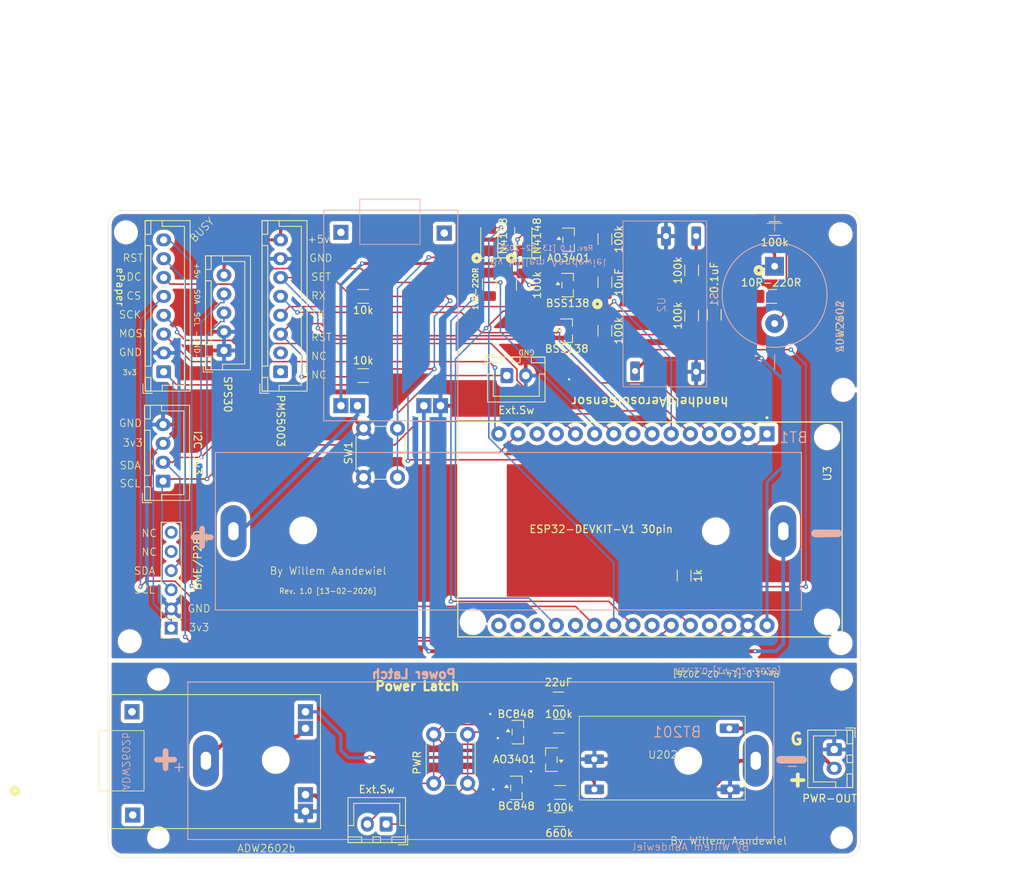
<source format=kicad_pcb>
(kicad_pcb (version 20241229) (generator "pcbnew") (generator_version "9.0")
  (title_block (title "handheldAerosolSensor") (date "2026-02-13") (rev "Rev. 1.0") (company "By Willem Aandewiel") (comment 1 "ADW2602"))
  (layers (0 "F.Cu" signal) (2 "B.Cu" signal) (13 "F.Paste" user) (15 "B.Paste" user) (5 "F.SilkS" user "F.Silkscreen") (7 "B.SilkS" user "B.Silkscreen") (1 "F.Mask" user) (3 "B.Mask" user) (25 "Edge.Cuts" user))
  (net 0 "")
  (net 1 "GND")
  (net 2 "Net-(D1-A)")
  (net 3 "SWITCH")
  (net 4 "Net-(D1-K)")
  (net 5 "EPD_RST")
  (net 6 "EPD_DC")
  (net 7 "EPD_CS")
  (net 8 "EPS_SCK")
  (net 9 "EPD_MOSI(DIN)")
  (net 10 "EPD_BUSY")
  (net 11 "3v3")
  (net 12 "SDA")
  (net 13 "SCL")
  (net 14 "Net-(LS1-PadN)")
  (net 15 "Net-(Q2-G)")
  (net 16 "LATCH")
  (net 17 "+5v")
  (net 18 "BATT-SW")
  (net 19 "Net-(Q3-G)")
  (net 20 "Net-(U3-D34)")
  (net 22 "Net-(Q3-D)")
  (net 25 "BUZZER")
  (net 29 "RX2-PMS5003-TX")
  (net 36 "TX2-PMS5003-RX")
  (net 37 "PMS5003-RESET")
  (net 38 "PMS5003-SET")
  (net 41 "B+")
  (net 42 "B-")
  (net 43 "OUT+")
  (net 48 "OUT2+")
  (net 49 "+B5v")
  (net 50 "GND2")
  (net 51 "PWR")
  (net 52 "B2BAT-")
  (net 53 "B2BAT+")
  (net 54 "Net-(J202-Pin_1)")
  (net 55 "Net-(J202-Pin_2)")
  (net 56 "Net-(Q201-G)")
  (footprint "Resistor_SMD:R_1206_3216Metric_Pad1.30x1.75mm_HandSolder" (layer "F.Cu") (at 215.05 55 180)
    (property "Reference" "R6" (hide yes))
    (property "Value" "10R-220R")
  )
  (footprint "Package_TO_SOT_SMD:SOT-23" (layer "F.Cu") (at 188.0625 53.5)
    (property "Reference" "Q2" (hide yes))
    (property "Value" "BSS138")
  )
  (footprint "MountingHole:MountingHole_2.5mm" (layer "F.Cu") (at 133.8 105.8)
    (property "Reference" "H201" (hide yes))
    (property "Value" "MountingHole")
  )
  (footprint "Resistor_SMD:R_1206_3216Metric_Pad1.30x1.75mm_HandSolder" (layer "F.Cu") (at 182.175 53.5 90)
    (property "Reference" "R3" (hide yes))
    (property "Value" "100k")
  )
  (footprint "MountingHole:MountingHole_2.7mm" (layer "F.Cu") (at 224.6 67.4)
    (property "Reference" "H5" (hide yes))
    (property "Value" "MountingHole")
  )
  (footprint "Connector_JST:JST_XH_B8B-XH-A_1x08_P2.50mm_Vertical" (layer "F.Cu") (at 134.5 65 90)
    (property "Reference" "J2" (hide yes))
    (property "Value" "ePaper")
  )
  (footprint "Button_Switch_THT:SW_PUSH_6mm_H4.3mm" (layer "F.Cu") (at 174.8 113.1 -90)
    (property "Reference" "SW201" (hide yes))
    (property "Value" "PWR")
  )
  (footprint "Button_Switch_THT:SW_PUSH_6mm_H4.3mm" (layer "F.Cu") (at 161 79 90)
    (property "Reference" "SW1")
    (property "Value" "PWR")
  )
  (footprint "Resistor_SMD:R_1206_3216Metric_Pad1.30x1.75mm_HandSolder" (layer "F.Cu") (at 160.95 65.5)
    (property "Reference" "R11" (hide yes))
    (property "Value" "10k")
  )
  (footprint "Connector_JST:JST_XH_B8B-XH-A_1x08_P2.50mm_Vertical" (layer "F.Cu") (at 150 65 90)
    (property "Reference" "J6" (hide yes))
    (property "Value" "PMS5003")
  )
  (footprint "MountingHole:MountingHole_2.5mm" (layer "F.Cu") (at 224.4 105.8)
    (property "Reference" "H202" (hide yes))
    (property "Value" "MountingHole")
  )
  (footprint "Capacitor_SMD:C_1206_3216Metric_Pad1.33x1.80mm_HandSolder" (layer "F.Cu") (at 193 53.1125 90)
    (property "Reference" "C1" (hide yes))
    (property "Value" "10uF")
  )
  (footprint "Resistor_SMD:R_1206_3216Metric_Pad1.30x1.75mm_HandSolder" (layer "F.Cu") (at 186.95 124.4 180)
    (property "Reference" "R203" (hide yes))
    (property "Value" "660k")
  )
  (footprint "Connector_JST:JST_XH_B2B-XH-A_1x02_P2.50mm_Vertical" (layer "F.Cu") (at 223.4 115.1 -90)
    (property "Reference" "J201" (hide yes))
    (property "Value" "PWR-OUT")
  )
  (footprint "Connector_JST:JST_XH_B2B-XH-A_1x02_P2.50mm_Vertical" (layer "F.Cu") (at 164 125 180)
    (property "Reference" "J202" (hide yes))
    (property "Value" "Ext.Sw")
  )
  (footprint "Resistor_SMD:R_1206_3216Metric_Pad1.30x1.75mm_HandSolder" (layer "F.Cu") (at 193 59.55 90)
    (property "Reference" "R9" (hide yes))
    (property "Value" "100k")
  )
  (footprint "Package_TO_SOT_SMD:SOT-23" (layer "F.Cu") (at 188.1875 47.5)
    (property "Reference" "Q1" (hide yes))
    (property "Value" "AO3401")
  )
  (footprint "MyNewLibrary:Mini DC-DC Boost Convertor" (layer "F.Cu") (at 200.7 116.3)
    (property "Reference" "U202")
    (property "Value" "Mini DC-DC Convertor")
  )
  (footprint "Package_TO_SOT_SMD:SOT-23" (layer "F.Cu") (at 181.2625 120.2)
    (property "Reference" "Q202" (hide yes))
    (property "Value" "BC848")
  )
  (footprint "MountingHole:MountingHole_2.5mm" (layer "F.Cu") (at 224.4 126.8)
    (property "Reference" "H203" (hide yes))
    (property "Value" "MountingHole")
  )
  (footprint "Resistor_SMD:R_1206_3216Metric_Pad1.30x1.75mm_HandSolder" (layer "F.Cu") (at 193 47.4 90)
    (property "Reference" "R1" (hide yes))
    (property "Value" "100k")
  )
  (footprint "Diode_SMD:D_1206_3216Metric_Pad1.42x1.75mm_HandSolder" (layer "F.Cu") (at 182.175 47.45 90)
    (property "Reference" "D1" (hide yes))
    (property "Value" "1N4148")
  )
  (footprint "MountingHole:MountingHole_2.7mm" (layer "F.Cu") (at 130 100.75)
    (property "Reference" "H4" (hide yes))
    (property "Value" "MountingHole")
  )
  (footprint "Connector_JST:JST_XH_B4B-XH-A_1x04_P2.50mm_Vertical" (layer "F.Cu") (at 134.425 79.5 90)
    (property "Reference" "J1" (hide yes))
    (property "Value" "I2C 3v3")
  )
  (footprint "MyNewLibrary:MODULE_ESP32_DEVKIT_V1_30pin" (layer "F.Cu") (at 198.975 85.94 -90)
    (property "Reference" "U3")
    (property "Value" "ESP32-DEVKIT-V1 30pin")
  )
  (footprint "Diode_SMD:D_1206_3216Metric_Pad1.42x1.75mm_HandSolder" (layer "F.Cu") (at 177.675 47.4625 90)
    (property "Reference" "D2" (hide yes))
    (property "Value" "1N4148")
  )
  (footprint "MyNewLibrary:TP4056_USB-Charger_Board" (layer "F.Cu") (at 140.9 116.6 180)
    (property "Reference" "U201" (hide yes))
    (property "Value" "~" (hide yes))
  )
  (footprint "Resistor_SMD:R_1206_3216Metric_Pad1.30x1.75mm_HandSolder" (layer "F.Cu") (at 160.95 55)
    (property "Reference" "R10" (hide yes))
    (property "Value" "10k")
  )
  (footprint "Connector_PinSocket_2.54mm:PinSocket_1x06_P2.54mm_Vertical" (layer "F.Cu") (at 135.5 99 180)
    (property "Reference" "J4" (hide yes))
    (property "Value" "BME/P280")
  )
  (footprint "Connector_JST:JST_XH_B2B-XH-A_1x02_P2.50mm_Vertical" (layer "F.Cu") (at 180 65.5)
    (property "Reference" "J5" (hide yes))
    (property "Value" "Ext.Sw")
  )
  (footprint "Resistor_SMD:R_1206_3216Metric_Pad1.30x1.75mm_HandSolder" (layer "F.Cu") (at 215.5 46)
    (property "Reference" "R8" (hide yes))
    (property "Value" "100k")
  )
  (footprint "Resistor_SMD:R_1206_3216Metric_Pad1.30x1.75mm_HandSolder" (layer "F.Cu") (at 204.5 57.55 -90)
    (property "Reference" "R5" (hide yes))
    (property "Value" "100k")
  )
  (footprint "Capacitor_SMD:C_1206_3216Metric_Pad1.33x1.80mm_HandSolder" (layer "F.Cu") (at 186.8375 108.4)
    (property "Reference" "C201" (hide yes))
    (property "Value" "22uF")
  )
  (footprint "Resistor_SMD:R_1206_3216Metric_Pad1.30x1.75mm_HandSolder" (layer "F.Cu") (at 187.05 120.8)
    (property "Reference" "R201" (hide yes))
    (property "Value" "100k")
  )
  (footprint "Resistor_SMD:R_1206_3216Metric_Pad1.30x1.75mm_HandSolder" (layer "F.Cu") (at 186.8875 112)
    (property "Reference" "R202" (hide yes))
    (property "Value" "100k")
  )
  (footprint "Capacitor_SMD:C_1206_3216Metric_Pad1.33x1.80mm_HandSolder" (layer "F.Cu") (at 207.5 57.4375 -90)
    (property "Reference" "C2" (hide yes))
    (property "Value" "0.1uF")
  )
  (footprint "Package_TO_SOT_SMD:SOT-23" (layer "F.Cu") (at 187.9375 59.55)
    (property "Reference" "Q3" (hide yes))
    (property "Value" "BSS138")
  )
  (footprint "Resistor_SMD:R_1206_3216Metric_Pad1.30x1.75mm_HandSolder" (layer "F.Cu") (at 203.5 92.05 90)
    (property "Reference" "R7" (hide yes))
    (property "Value" "1k")
  )
  (footprint "MountingHole:MountingHole_2.7mm" (layer "F.Cu") (at 224.25 46.75)
    (property "Reference" "H2" (hide yes))
    (property "Value" "MountingHole")
  )
  (footprint "MountingHole:MountingHole_2.7mm" (layer "F.Cu") (at 224.25 101)
    (property "Reference" "H3" (hide yes))
    (property "Value" "MountingHole")
  )
  (footprint "MountingHole:MountingHole_2.5mm" (layer "F.Cu") (at 133.8 126.8)
    (property "Reference" "H204" (hide yes))
    (property "Value" "MountingHole")
  )
  (footprint "Resistor_SMD:R_1206_3216Metric_Pad1.30x1.75mm_HandSolder" (layer "F.Cu") (at 177.675 53.4 -90)
    (property "Reference" "R2" (hide yes))
    (property "Value" "10R-220R")
  )
  (footprint "Package_TO_SOT_SMD:SOT-23" (layer "F.Cu") (at 181.4625 112.8)
    (property "Reference" "Q203" (hide yes))
    (property "Value" "BC848")
  )
  (footprint "Package_TO_SOT_SMD:SOT-23" (layer "F.Cu") (at 185.9 116.45 180)
    (property "Reference" "Q201" (hide yes))
    (property "Value" "AO3401")
  )
  (footprint "MountingHole:MountingHole_2.7mm" (layer "F.Cu") (at 129.5 46.5)
    (property "Reference" "H1" (hide yes))
    (property "Value" "MountingHole")
  )
  (footprint "Resistor_SMD:R_1206_3216Metric_Pad1.30x1.75mm_HandSolder" (layer "F.Cu") (at 204.5 51.55 -90)
    (property "Reference" "R4" (hide yes))
    (property "Value" "100k")
  )
  (footprint "Connector_JST:JST_XH_B5B-XH-A_1x05_P2.50mm_Vertical" (layer "F.Cu") (at 142.5 62.175 90)
    (property "Reference" "J3" (hide yes))
    (property "Value" "SPS30")
  )
  (footprint "MyNewLibrary:Mini DC-DC Boost Convertor" (layer "B.Cu") (at 201 56.1 -90)
    (property "Reference" "U2")
    (property "Value" "Mini DC-DC Convertor")
  )
  (footprint "MyNewLibrary:XDCR_CPI-148-24-90T-67" (layer "B.Cu") (at 215.5 54.8 -90)
    (property "Reference" "LS1")
    (property "Value" "PIEZO")
  )
  (footprint "MyNewLibrary:BAT_BH-18650-PC" (layer "B.Cu") (at 180.2 86.15 180)
    (property "Reference" "BT1")
    (property "Value" "BH-18650-PC")
  )
  (footprint "MyNewLibrary:BAT_BH-18650-PC" (layer "B.Cu") (at 176.55 116.6 180)
    (property "Reference" "BT201")
    (property "Value" "BH-18650-PC")
  )
  (footprint "MyNewLibrary:TP4056_USB-Charger_Board" (layer "B.Cu") (at 164.5 57.1 90)
    (property "Reference" "U1" (hide yes))
    (property "Value" "~" (hide yes))
  )
  (gr_circle (center 192 56) (end 192.2 56) (stroke (width 0.5)) (fill no) (layer "F.SilkS"))
  (gr_circle (center 114.8 120.6) (end 115 120.6) (stroke (width 0.5)) (fill no) (layer "F.SilkS"))
  (gr_circle (center 213.4 51.55) (end 213.6 51.55) (stroke (width 0.5)) (fill no) (layer "F.SilkS"))
  (gr_line (start 226.4 103.4) (end 127.4 103.4) (stroke (width 0.1) (type dot)) (layer "F.SilkS"))
  (gr_circle (center 180.6 49.9225) (end 180.8 49.9225) (stroke (width 0.5)) (fill no) (layer "F.SilkS"))
  (gr_circle (center 176 49.9225) (end 176.2 49.9225) (stroke (width 0.5)) (fill no) (layer "F.SilkS"))
  (gr_arc (start 226.8875 127.4) (mid 226.301714 128.814214) (end 224.8875 129.4) (stroke (width 0.05)) (layer "Edge.Cuts"))
  (gr_line (start 226.8875 45.59) (end 226.8875 127.4) (stroke (width 0.05)) (layer "Edge.Cuts"))
  (gr_arc (start 127.1125 45.59) (mid 127.698286 44.175786) (end 129.1125 43.59) (stroke (width 0.05)) (layer "Edge.Cuts"))
  (gr_arc (start 224.8875 43.59) (mid 226.301714 44.175786) (end 226.8875 45.59) (stroke (width 0.05)) (layer "Edge.Cuts"))
  (gr_arc (start 129.1125 129.4) (mid 127.698286 128.814214) (end 127.1125 127.4) (stroke (width 0.05)) (layer "Edge.Cuts"))
  (gr_line (start 127.1125 45.59) (end 127.1125 127.4) (stroke (width 0.05)) (layer "Edge.Cuts"))
  (gr_line (start 129.1125 43.59) (end 224.8875 43.59) (stroke (width 0.05)) (layer "Edge.Cuts"))
  (gr_line (start 129.1125 129.4) (end 224.8875 129.4) (stroke (width 0.05)) (layer "Edge.Cuts"))
  (gr_text "GND" (at 183.75 62 180) (layer "F.SilkS") (effects (font (size 0.7 0.7) (thickness 0.1)) (justify left bottom)))
  (gr_text "NC" (at 154 66 0) (layer "F.SilkS") (effects (font (size 1 1) (thickness 0.1)) (justify left bottom)))
  (gr_text "DC" (at 129.5 53 0) (layer "F.SilkS") (effects (font (size 1 1) (thickness 0.1)) (justify left bottom)))
  (gr_text "NC" (at 131.5 87 0) (layer "F.SilkS") (effects (font (size 1 1) (thickness 0.1)) (justify left bottom)))
  (gr_text "SET" (at 154 53 0) (layer "F.SilkS") (effects (font (size 1 1) (thickness 0.1)) (justify left bottom)))
  (gr_text "SDA" (at 128.6 78 0) (layer "F.SilkS") (effects (font (size 1 1) (thickness 0.1)) (justify left bottom)))
  (gr_text "GND" (at 137.6 97 0) (layer "F.SilkS") (effects (font (size 1 1) (thickness 0.1)) (justify left bottom)))
  (gr_text "G" (at 217.4 114.6 0) (layer "F.SilkS") (effects (font (size 1.5 1.5) (thickness 0.375) (bold yes)) (justify left bottom)))
  (gr_text "RST" (at 129 50.5 0) (layer "F.SilkS") (effects (font (size 1 1) (thickness 0.1)) (justify left bottom)))
  (gr_text "BUSY" (at 138.6 48 45) (layer "F.SilkS") (effects (font (size 1 1) (thickness 0.1)) (justify left bottom)))
  (gr_text "+5v" (at 153.5 48 0) (layer "F.SilkS") (effects (font (size 1 1) (thickness 0.1)) (justify left bottom)))
  (gr_text "GND" (at 128.5 63 0) (layer "F.SilkS") (effects (font (size 1 1) (thickness 0.1)) (justify left bottom)))
  (gr_text "Rev. 1.0 [13-02-2026]" (at 149.75 94.5 0) (layer "F.SilkS") (effects (font (size 0.7 0.7) (thickness 0.1)) (justify left bottom)))
  (gr_text "GND" (at 153.75 50.5 0) (layer "F.SilkS") (effects (font (size 1 1) (thickness 0.1)) (justify left bottom)))
  (gr_text "TX" (at 154 58 0) (layer "F.SilkS") (effects (font (size 1 1) (thickness 0.1)) (justify left bottom)))
  (gr_text "SDA" (at 130.5 92 0) (layer "F.SilkS") (effects (font (size 1 1) (thickness 0.1)) (justify left bottom)))
  (gr_text "By Willem Aandewiel" (at 201.6 127.8 0) (layer "F.SilkS") (effects (font (size 1 1) (thickness 0.1)) (justify left bottom)))
  (gr_text "Power Latch" (at 162.4 107.4 0) (layer "F.SilkS") (effects (font (size 1.2 1.2) (thickness 0.3) (bold yes)) (justify left bottom)))
  (gr_text "By Willem Aandewiel" (at 148.5 92 0) (layer "F.SilkS") (effects (font (size 1 1) (thickness 0.1)) (justify left bottom)))
  (gr_text "RX" (at 154 55.5 0) (layer "F.SilkS") (effects (font (size 1 1) (thickness 0.1)) (justify left bottom)))
  (gr_text "GND" (at 128.5 72.4 0) (layer "F.SilkS") (effects (font (size 1 1) (thickness 0.1)) (justify left bottom)))
  (gr_text "SCK" (at 128.5 58 0) (layer "F.SilkS") (effects (font (size 1 1) (thickness 0.1)) (justify left bottom)))
  (gr_text "+5v" (at 138.5 50.5 270) (layer "F.SilkS") (effects (font (size 0.7 0.7) (thickness 0.1)) (justify left bottom)))
  (gr_text "NC" (at 131.5 89.5 0) (layer "F.SilkS") (effects (font (size 1 1) (thickness 0.1)) (justify left bottom)))
  (gr_text "ADW2602b" (at 144.2 128.8 0) (layer "F.SilkS") (effects (font (size 1 1) (thickness 0.1)) (justify left bottom)))
  (gr_text "SDA" (at 138.5 54 270) (layer "F.SilkS") (effects (font (size 0.7 0.7) (thickness 0.1)) (justify left bottom)))
  (gr_text "MOSI" (at 128.5 60.5 0) (layer "F.SilkS") (effects (font (size 1 1) (thickness 0.1)) (justify left bottom)))
  (gr_text "SCL" (at 130.5 94.5 0) (layer "F.SilkS") (effects (font (size 1 1) (thickness 0.1)) (justify left bottom)))
  (gr_text "RST" (at 154 61 0) (layer "F.SilkS") (effects (font (size 1 1) (thickness 0.1)) (justify left bottom)))
  (gr_text "Rev.1.0 [14-02-2026]" (at 216.2 104.6 180) (layer "F.SilkS") (effects (font (size 0.8 0.8) (thickness 0.1)) (justify left bottom)))
  (gr_text "SCL" (at 128.6 80.4 0) (layer "F.SilkS") (effects (font (size 1 1) (thickness 0.1)) (justify left bottom)))
  (gr_text "3v3" (at 129 65.5 0) (layer "F.SilkS") (effects (font (size 0.7 0.7) (thickness 0.1)) (justify left bottom)))
  (gr_text "3v3" (at 137.8 99.5 0) (layer "F.SilkS") (effects (font (size 1 1) (thickness 0.1)) (justify left bottom)))
  (gr_text "+" (at 217 120.2 0) (layer "F.SilkS") (effects (font (size 2 2) (thickness 0.5) (bold yes)) (justify left bottom)))
  (gr_text "-GND-" (at 138.5 59.5 270) (layer "F.SilkS") (effects (font (size 0.7 0.7) (thickness 0.1)) (justify left bottom)))
  (gr_text "3v3" (at 129 75 0) (layer "F.SilkS") (effects (font (size 1 1) (thickness 0.1)) (justify left bottom)))
  (gr_text "SCL" (at 138.5 57 270) (layer "F.SilkS") (effects (font (size 0.7 0.7) (thickness 0.1)) (justify left bottom)))
  (gr_text "handheldAerosolSensor" (at 209.5 68.25 180) (layer "F.SilkS") (effects (font (size 1.2 1.2) (thickness 0.2) (bold yes)) (justify left bottom)))
  (gr_text "ADW2602" (at 224.75 62.4 90) (layer "F.SilkS") (effects (font (size 1 1) (thickness 0.1)) (justify left bottom)))
  (gr_text "CS" (at 129.5 55.5 0) (layer "F.SilkS") (effects (font (size 1 1) (thickness 0.1)) (justify left bottom)))
  (gr_text "NC" (at 154 63.5 0) (layer "F.SilkS") (effects (font (size 1 1) (thickness 0.1)) (justify left bottom)))
  (gr_text "ADW2602b" (at 128.9 120.6 270) (layer "B.SilkS") (effects (font (size 1 1) (thickness 0.1)) (justify left bottom mirror)))
  (gr_text "By Willem Aandewiel" (at 177.675 49.9225 180) (layer "B.SilkS") (effects (font (size 1 1) (thickness 0.1)) (justify left bottom mirror)))
  (gr_text "-" (at 219.25 88.5 0) (layer "B.SilkS") (effects (font (size 4 4) (thickness 1) (bold yes)) (justify left bottom)))
  (gr_text "Rev.1.0 [14-02-2026]" (at 202.2 104.2 180) (layer "B.SilkS") (effects (font (size 0.8 0.8) (thickness 0.1)) (justify left bottom mirror)))
  (gr_text "ADW2602" (at 224.75 55.6 90) (layer "B.SilkS") (effects (font (size 1 1) (thickness 0.1)) (justify left bottom mirror)))
  (gr_text "+" (at 137.25 88.5 0) (layer "B.SilkS") (effects (font (size 3 3) (thickness 0.75) (bold yes)) (justify left bottom)))
  (gr_text "Rev. 1.0 [13-02-2026]" (at 191.5 49 0) (layer "B.SilkS") (effects (font (size 0.7 0.7) (thickness 0.1)) (justify left bottom mirror)))
  (gr_text "Power Latch" (at 173.4 105.8 0) (layer "B.SilkS") (effects (font (size 1.2 1.2) (thickness 0.3) (bold yes)) (justify left bottom mirror)))
  (gr_text "-" (at 220.875 114.4 180) (layer "B.SilkS") (effects (font (size 4 4) (thickness 1) (bold yes)) (justify left bottom)))
  (gr_text "By Willem Aandewiel" (at 212.2 128.6 0) (layer "B.SilkS") (effects (font (size 1 1) (thickness 0.1)) (justify left bottom mirror)))
  (gr_text "+" (at 132.4 118 0) (layer "B.SilkS") (effects (font (size 3 3) (thickness 0.75) (bold yes)) (justify left bottom)))
  (via (at 188.25 66) (size 0.6) (drill 0.3) (layers "F.Cu" "B.Cu") (net 1))
  (segment (start 193 45.85) (end 187.724 45.85) (width 0.2) (layer "F.Cu") (net 2))
  (segment (start 187.25 46.3244) (end 182.537 46.3244) (width 0.2) (layer "F.Cu") (net 2))
  (segment (start 187.724 45.85) (end 187.25 46.3244) (width 0.2) (layer "F.Cu") (net 2))
  (segment (start 187.25 46.3244) (end 187.25 46.55) (width 0.2) (layer "F.Cu") (net 2))
  (segment (start 182.537 46.3244) (end 181.411 47.45) (width 0.2) (layer "F.Cu") (net 2))
  (segment (start 182.966 53.4755) (end 182.991 53.5) (width 0.2) (layer "F.Cu") (net 2))
  (segment (start 182.991 53.5) (end 189 53.5) (width 0.2) (layer "F.Cu") (net 2))
  (segment (start 189 53.5) (end 191.825 53.5) (width 0.2) (layer "F.Cu") (net 2))
  (segment (start 191.825 53.5) (end 193 54.675) (width 0.2) (layer "F.Cu") (net 2))
  (segment (start 182.175 45.9625) (end 182.537 46.3244) (width 0.2) (layer "F.Cu") (net 2))
  (via (at 182.966 53.4755) (size 0.6) (drill 0.3) (layers "F.Cu" "B.Cu") (net 2))
  (via (at 181.411 47.45) (size 0.6) (drill 0.3) (layers "F.Cu" "B.Cu") (net 2))
  (segment (start 181.411 51.9205) (end 182.966 53.4755) (width 0.2) (layer "B.Cu") (net 2))
  (segment (start 181.411 47.45) (end 181.411 51.9205) (width 0.2) (layer "B.Cu") (net 2))
  (segment (start 179.246 45.8783) (end 177.772 45.8783) (width 0.2) (layer "F.Cu") (net 3))
  (segment (start 177.772 45.8783) (end 177.675 45.975) (width 0.2) (layer "F.Cu") (net 3))
  (via (at 179.246 45.8783) (size 0.6) (drill 0.3) (layers "F.Cu" "B.Cu") (net 3))
  (segment (start 194.17 98.64) (end 194.17 90.3241) (width 0.2) (layer "B.Cu") (net 3))
  (segment (start 194.17 90.3241) (end 177.606 73.7596) (width 0.2) (layer "B.Cu") (net 3))
  (segment (start 177.606 47.5188) (end 179.246 45.8783) (width 0.2) (layer "B.Cu") (net 3))
  (segment (start 177.855 59.4586) (end 177.855 58.9602) (width 0.2) (layer "B.Cu") (net 3))
  (segment (start 177.606 59.7078) (end 177.855 59.4586) (width 0.2) (layer "B.Cu") (net 3))
  (segment (start 177.855 58.9602) (end 177.606 58.711) (width 0.2) (layer "B.Cu") (net 3))
  (segment (start 177.606 73.7596) (end 177.606 59.7078) (width 0.2) (layer "B.Cu") (net 3))
  (segment (start 177.606 58.711) (end 177.606 47.5188) (width 0.2) (layer "B.Cu") (net 3))
  (segment (start 182.175 48.9375) (end 182.162 48.95) (width 0.2) (layer "F.Cu") (net 4))
  (segment (start 170.514 65.5) (end 165.5 70.5143) (width 0.2) (layer "F.Cu") (net 4))
  (segment (start 182.162 48.95) (end 177.675 48.95) (width 0.2) (layer "F.Cu") (net 4))
  (segment (start 176.804 49.8206) (end 169.649 49.8206) (width 0.2) (layer "F.Cu") (net 4))
  (segment (start 180 65.5) (end 170.514 65.5) (width 0.2) (layer "F.Cu") (net 4))
  (segment (start 177.675 48.95) (end 176.804 49.8206) (width 0.2) (layer "F.Cu") (net 4))
  (segment (start 165.5 70.5143) (end 165.5 72.5) (width 0.2) (layer "F.Cu") (net 4))
  (via (at 169.649 49.8206) (size 0.6) (drill 0.3) (layers "F.Cu" "B.Cu") (net 4))
  (segment (start 169.649 49.8206) (end 165.5 53.9699) (width 0.2) (layer "B.Cu") (net 4))
  (segment (start 165.5 79) (end 165.5 72.5) (width 0.2) (layer "B.Cu") (net 4))
  (segment (start 165.5 53.9699) (end 165.5 72.5) (width 0.2) (layer "B.Cu") (net 4))
  (segment (start 137.888 100.696) (end 207.354 100.696) (width 0.2) (layer "F.Cu") (net 5))
  (segment (start 137.35 100.158) (end 137.888 100.696) (width 0.2) (layer "F.Cu") (net 5))
  (segment (start 207.354 100.696) (end 209.41 98.64) (width 0.2) (layer "F.Cu") (net 5))
  (via (at 137.35 100.158) (size 0.6) (drill 0.3) (layers "F.Cu" "B.Cu") (net 5))
  (segment (start 134.5 50) (end 137.35 52.85) (width 0.2) (layer "B.Cu") (net 5))
  (segment (start 137.35 52.85) (end 137.35 100.158) (width 0.2) (layer "B.Cu") (net 5))
  (segment (start 134.5 52.5) (end 135.367 53.3672) (width 0.2) (layer "F.Cu") (net 6))
  (segment (start 135.367 53.3672) (end 144.611 53.3672) (width 0.2) (layer "F.Cu") (net 6))
  (segment (start 146.674 51.3039) (end 160.648 51.3039) (width 0.2) (layer "F.Cu") (net 6))
  (segment (start 160.648 51.3039) (end 162.49 53.1453) (width 0.2) (layer "F.Cu") (net 6))
  (segment (start 162.49 53.1453) (end 179.146 53.1453) (width 0.2) (layer "F.Cu") (net 6))
  (segment (start 144.611 53.3672) (end 146.674 51.3039) (width 0.2) (layer "F.Cu") (net 6))
  (via (at 179.146 53.1453) (size 0.6) (drill 0.3) (layers "F.Cu" "B.Cu") (net 6))
  (segment (start 191.63 73.24) (end 191.63 72.1691) (width 0.2) (layer "B.Cu") (net 6))
  (segment (start 179.146 59.685) (end 179.146 53.1453) (width 0.2) (layer "B.Cu") (net 6))
  (segment (start 191.63 72.1691) (end 179.146 59.685) (width 0.2) (layer "B.Cu") (net 6))
  (segment (start 200.164 100.266) (end 143.475 100.266) (width 0.2) (layer "F.Cu") (net 7))
  (segment (start 135.977 92.7683) (end 132.161 92.7683) (width 0.2) (layer "F.Cu") (net 7))
  (segment (start 132.161 92.7683) (end 131.423 93.5066) (width 0.2) (layer "F.Cu") (net 7))
  (segment (start 201.79 98.64) (end 200.164 100.266) (width 0.2) (layer "F.Cu") (net 7))
  (segment (start 143.475 100.266) (end 135.977 92.7683) (width 0.2) (layer "F.Cu") (net 7))
  (via (at 131.423 93.5066) (size 0.6) (drill 0.3) (layers "F.Cu" "B.Cu") (net 7))
  (segment (start 131.45 58.0498) (end 131.45 58.75) (width 0.2) (layer "B.Cu") (net 7))
  (segment (start 131.45 58.75) (end 131.423 58.7772) (width 0.2) (layer "B.Cu") (net 7))
  (segment (start 131.423 58.7772) (end 131.423 93.5066) (width 0.2) (layer "B.Cu") (net 7))
  (segment (start 134.5 55) (end 131.45 58.0498) (width 0.2) (layer "B.Cu") (net 7))
  (segment (start 143.876 61.25) (end 177.911 61.25) (width 0.2) (layer "F.Cu") (net 8))
  (segment (start 185.791 70.5848) (end 191.515 70.5848) (width 0.2) (layer "F.Cu") (net 8))
  (segment (start 181.346 64.6849) (end 181.346 66.1392) (width 0.2) (layer "F.Cu") (net 8))
  (segment (start 143.455 60.8293) (end 143.876 61.25) (width 0.2) (layer "F.Cu") (net 8))
  (segment (start 177.911 61.25) (end 181.346 64.6849) (width 0.2) (layer "F.Cu") (net 8))
  (segment (start 181.346 66.1392) (end 185.791 70.5848) (width 0.2) (layer "F.Cu") (net 8))
  (segment (start 191.515 70.5848) (end 194.17 73.24) (width 0.2) (layer "F.Cu") (net 8))
  (segment (start 137.355 60.8293) (end 143.455 60.8293) (width 0.2) (layer "F.Cu") (net 8))
  (segment (start 136.27 59.7442) (end 137.355 60.8293) (width 0.2) (layer "F.Cu") (net 8))
  (via (at 136.27 59.7442) (size 0.6) (drill 0.3) (layers "F.Cu" "B.Cu") (net 8))
  (segment (start 134.5 57.5) (end 136.27 59.27) (width 0.2) (layer "B.Cu") (net 8))
  (segment (start 136.27 59.27) (end 136.27 59.7442) (width 0.2) (layer "B.Cu") (net 8))
  (segment (start 136.125 61.6249) (end 138.154 63.6542) (width 0.2) (layer "F.Cu") (net 9))
  (segment (start 138.154 63.6542) (end 177.633 63.6542) (width 0.2) (layer "F.Cu") (net 9))
  (segment (start 134.5 60) (end 136.125 61.6249) (width 0.2) (layer "F.Cu") (net 9))
  (segment (start 177.633 63.6542) (end 178.428 64.4483) (width 0.2) (layer "F.Cu") (net 9))
  (via (at 178.428 64.4483) (size 0.6) (drill 0.3) (layers "F.Cu" "B.Cu") (net 9))
  (segment (start 178.428 72.7375) (end 178.93 73.24) (width 0.2) (layer "B.Cu") (net 9))
  (segment (start 178.428 64.4483) (end 178.428 72.7375) (width 0.2) (layer "B.Cu") (net 9))
  (segment (start 140.933 96.1183) (end 138.216 93.4021) (width 0.2) (layer "F.Cu") (net 10))
  (segment (start 191.63 98.64) (end 189.108 96.1183) (width 0.2) (layer "F.Cu") (net 10))
  (segment (start 189.108 96.1183) (end 140.933 96.1183) (width 0.2) (layer "F.Cu") (net 10))
  (via (at 138.216 93.4021) (size 0.6) (drill 0.3) (layers "F.Cu" "B.Cu") (net 10))
  (segment (start 134.5 47.5) (end 135.25 47.5) (width 0.2) (layer "B.Cu") (net 10))
  (segment (start 135.25 47.5) (end 138.216 50.466) (width 0.2) (layer "B.Cu") (net 10))
  (segment (start 138.216 50.466) (end 138.216 93.4021) (width 0.2) (layer "B.Cu") (net 10))
  (segment (start 211.057 76.6726) (end 214.49 73.24) (width 0.2) (layer "F.Cu") (net 11))
  (segment (start 166.89 76.7994) (end 167.016 76.6726) (width 0.2) (layer "F.Cu") (net 11))
  (segment (start 170.388 64.6219) (end 163.378 64.6219) (width 0.2) (layer "F.Cu") (net 11))
  (segment (start 161.266 66.7338) (end 136.234 66.7338) (width 0.2) (layer "F.Cu") (net 11))
  (segment (start 162.5 65.5) (end 161.266 66.7338) (width 0.2) (layer "F.Cu") (net 11))
  (segment (start 163.378 64.6219) (end 162.5 65.5) (width 0.2) (layer "F.Cu") (net 11))
  (segment (start 171.902 55) (end 172.487 55.5853) (width 0.2) (layer "F.Cu") (net 11))
  (segment (start 167.016 76.6726) (end 211.057 76.6726) (width 0.2) (layer "F.Cu") (net 11))
  (segment (start 136.234 66.7338) (end 134.5 65) (width 0.2) (layer "F.Cu") (net 11))
  (segment (start 162.5 55) (end 171.902 55) (width 0.2) (layer "F.Cu") (net 11))
  (via (at 172.487 55.5853) (size 0.6) (drill 0.3) (layers "F.Cu" "B.Cu") (net 11))
  (via (at 170.388 64.6219) (size 0.6) (drill 0.3) (layers "F.Cu" "B.Cu") (net 11))
  (via (at 166.89 76.7994) (size 0.6) (drill 0.3) (layers "F.Cu" "B.Cu") (net 11))
  (segment (start 166.89 68.1205) (end 166.89 76.7994) (width 0.2) (layer "B.Cu") (net 11))
  (segment (start 135.212 97.8483) (end 135.5 97.8483) (width 0.2) (layer "B.Cu") (net 11))
  (segment (start 134.425 74.5) (end 135.712 73.2125) (width 0.2) (layer "B.Cu") (net 11))
  (segment (start 133.131 95.7675) (end 135.212 97.8483) (width 0.2) (layer "B.Cu") (net 11))
  (segment (start 172.487 55.5853) (end 170.388 57.684) (width 0.2) (layer "B.Cu") (net 11))
  (segment (start 135.719 72.5063) (end 135.719 66.2187) (width 0.2) (layer "B.Cu") (net 11))
  (segment (start 135.719 66.2187) (end 134.5 65) (width 0.2) (layer "B.Cu") (net 11))
  (segment (start 133.131 75.7937) (end 133.131 95.7675) (width 0.2) (layer "B.Cu") (net 11))
  (segment (start 170.388 64.6219) (end 166.89 68.1205) (width 0.2) (layer "B.Cu") (net 11))
  (segment (start 135.5 97.8483) (end 135.5 99) (width 0.2) (layer "B.Cu") (net 11))
  (segment (start 135.712 73.2125) (end 135.712 72.5125) (width 0.2) (layer "B.Cu") (net 11))
  (segment (start 170.388 57.684) (end 170.388 64.6219) (width 0.2) (layer "B.Cu") (net 11))
  (segment (start 134.425 74.5) (end 133.131 75.7937) (width 0.2) (layer "B.Cu") (net 11))
  (segment (start 135.712 72.5125) (end 135.719 72.5063) (width 0.2) (layer "B.Cu") (net 11))
  (segment (start 187.409 71.5593) (end 168.282 71.5593) (width 0.2) (layer "F.Cu") (net 12))
  (segment (start 141.121 74.6965) (end 139.459 76.358) (width 0.2) (layer "F.Cu") (net 12))
  (segment (start 135.702 77) (end 136.344 76.358) (width 0.2) (layer "F.Cu") (net 12))
  (segment (start 189.09 73.24) (end 187.409 71.5593) (width 0.2) (layer "F.Cu") (net 12))
  (segment (start 134.425 77) (end 135.702 77) (width 0.2) (layer "F.Cu") (net 12))
  (segment (start 168.282 71.5593) (end 165.144 74.6965) (width 0.2) (layer "F.Cu") (net 12))
  (segment (start 136.344 76.358) (end 139.459 76.358) (width 0.2) (layer "F.Cu") (net 12))
  (segment (start 165.144 74.6965) (end 141.121 74.6965) (width 0.2) (layer "F.Cu") (net 12))
  (via (at 139.459 76.358) (size 0.6) (drill 0.3) (layers "F.Cu" "B.Cu") (net 12))
  (segment (start 142.048 55.8267) (end 142.5 55.8267) (width 0.2) (layer "B.Cu") (net 12))
  (segment (start 136.652 79.052) (end 136.652 90.228) (width 0.2) (layer "B.Cu") (net 12))
  (segment (start 139.459 58.4158) (end 142.048 55.8267) (width 0.2) (layer "B.Cu") (net 12))
  (segment (start 134.6 77) (end 136.652 79.052) (width 0.2) (layer "B.Cu") (net 12))
  (segment (start 139.459 76.358) (end 139.459 58.4158) (width 0.2) (layer "B.Cu") (net 12))
  (segment (start 136.652 90.228) (end 135.5 91.38) (width 0.2) (layer "B.Cu") (net 12))
  (segment (start 134.425 77) (end 134.6 77) (width 0.2) (layer "B.Cu") (net 12))
  (segment (start 142.5 55.8267) (end 142.5 54.675) (width 0.2) (layer "B.Cu") (net 12))
  (segment (start 134.709 79.2161) (end 140.244 79.2161) (width 0.2) (layer "F.Cu") (net 13))
  (segment (start 143.749 75.7117) (end 178.998 75.7117) (width 0.2) (layer "F.Cu") (net 13))
  (segment (start 140.244 79.2161) (end 143.749 75.7117) (width 0.2) (layer "F.Cu") (net 13))
  (segment (start 134.425 79.5) (end 134.709 79.2161) (width 0.2) (layer "F.Cu") (net 13))
  (segment (start 178.998 75.7117) (end 181.47 73.24) (width 0.2) (layer "F.Cu") (net 13))
  (via (at 140.244 79.2161) (size 0.6) (drill 0.3) (layers "F.Cu" "B.Cu") (net 13))
  (segment (start 134.295 92.7151) (end 134.295 79.6299) (width 0.2) (layer "B.Cu") (net 13))
  (segment (start 142.5 57.175) (end 142.5 58.3267) (width 0.2) (layer "B.Cu") (net 13))
  (segment (start 140.244 60.1505) (end 140.244 79.2161) (width 0.2) (layer "B.Cu") (net 13))
  (segment (start 134.295 79.6299) (end 134.425 79.5) (width 0.2) (layer "B.Cu") (net 13))
  (segment (start 142.068 58.3267) (end 140.244 60.1505) (width 0.2) (layer "B.Cu") (net 13))
  (segment (start 135.5 93.92) (end 134.295 92.7151) (width 0.2) (layer "B.Cu") (net 13))
  (segment (start 142.5 58.3267) (end 142.068 58.3267) (width 0.2) (layer "B.Cu") (net 13))
  (segment (start 215.5 58.6) (end 216.6 57.5) (width 0.2) (layer "F.Cu") (net 14))
  (segment (start 216.6 55) (end 217.052 54.5483) (width 0.2) (layer "F.Cu") (net 14))
  (segment (start 217.052 54.5483) (end 217.052 46.0017) (width 0.2) (layer "F.Cu") (net 14))
  (segment (start 216.6 57.5) (end 216.6 55) (width 0.2) (layer "F.Cu") (net 14))
  (segment (start 217.052 46.0017) (end 217.05 46) (width 0.2) (layer "F.Cu") (net 14))
  (segment (start 177.675 51.85) (end 179.575 51.85) (width 0.2) (layer "F.Cu") (net 15))
  (segment (start 182.175 54.45) (end 182.175 55.05) (width 0.2) (layer "F.Cu") (net 15))
  (segment (start 182.175 54.45) (end 187.125 54.45) (width 0.2) (layer "F.Cu") (net 15))
  (segment (start 179.575 51.85) (end 182.175 54.45) (width 0.2) (layer "F.Cu") (net 15))
  (segment (start 172.59 95.4526) (end 193.523 95.4526) (width 0.2) (layer "F.Cu") (net 16))
  (segment (start 193.523 95.4526) (end 196.71 98.64) (width 0.2) (layer "F.Cu") (net 16))
  (segment (start 177.675 54.95) (end 175.887 54.95) (width 0.2) (layer "F.Cu") (net 16))
  (segment (start 175.887 54.95) (end 175.43 55.4078) (width 0.2) (layer "F.Cu") (net 16))
  (via (at 175.43 55.4078) (size 0.6) (drill 0.3) (layers "F.Cu" "B.Cu") (net 16))
  (via (at 172.59 95.4526) (size 0.6) (drill 0.3) (layers "F.Cu" "B.Cu") (net 16))
  (segment (start 172.59 58.2475) (end 172.59 95.4526) (width 0.2) (layer "B.Cu") (net 16))
  (segment (start 175.43 55.4078) (end 172.59 58.2475) (width 0.2) (layer "B.Cu") (net 16))
  (segment (start 151.4556 44.7927) (end 212.7427 44.7927) (width 0.4) (layer "F.Cu") (net 17))
  (segment (start 215.5 51) (end 215.5 49.3483) (width 0.4) (layer "F.Cu") (net 17))
  (segment (start 150 47.5) (end 150 46.2483) (width 0.4) (layer "F.Cu") (net 17))
  (segment (start 197 64.9) (end 198.6912 63.2088) (width 0.4) (layer "F.Cu") (net 17))
  (segment (start 142.5 52.175) (end 142.5 50.9233) (width 0.4) (layer "F.Cu") (net 17))
  (segment (start 213.95 47.7983) (end 215.5 49.3483) (width 0.4) (layer "F.Cu") (net 17))
  (segment (start 212.7427 44.7927) (end 213.95 46) (width 0.4) (layer "F.Cu") (net 17))
  (segment (start 211 63.2088) (end 213.7568 63.2088) (width 0.4) (layer "F.Cu") (net 17))
  (segment (start 198.6912 63.2088) (end 211 63.2088) (width 0.4) (layer "F.Cu") (net 17))
  (segment (start 150 46.2483) (end 151.4556 44.7927) (width 0.4) (layer "F.Cu") (net 17))
  (segment (start 213.95 46) (end 213.95 47.7983) (width 0.4) (layer "F.Cu") (net 17))
  (segment (start 145.9233 47.5) (end 142.5 50.9233) (width 0.4) (layer "F.Cu") (net 17))
  (segment (start 150 47.5) (end 145.9233 47.5) (width 0.4) (layer "F.Cu") (net 17))
  (via (at 213.7568 63.2088) (size 0.6) (drill 0.3) (layers "F.Cu" "B.Cu") (net 17))
  (segment (start 213.2 51) (end 211.4 52.8) (width 0.4) (layer "B.Cu") (net 17))
  (segment (start 215.5 51) (end 213.2 51) (width 0.4) (layer "B.Cu") (net 17))
  (segment (start 213.7568 63.2088) (end 215.8917 65.3437) (width 0.4) (layer "B.Cu") (net 17))
  (segment (start 217.8 76.3187) (end 214.49 79.6287) (width 0.4) (layer "B.Cu") (net 17))
  (segment (start 217.8 67.2) (end 217.8 76.3187) (width 0.4) (layer "B.Cu") (net 17))
  (segment (start 211.4 52.8) (end 211.4 60.852) (width 0.4) (layer "B.Cu") (net 17))
  (segment (start 215.9437 65.3437) (end 217.8 67.2) (width 0.4) (layer "B.Cu") (net 17))
  (segment (start 215.8917 65.3437) (end 215.9437 65.3437) (width 0.4) (layer "B.Cu") (net 17))
  (segment (start 214.49 79.6287) (end 214.49 98.64) (width 0.4) (layer "B.Cu") (net 17))
  (segment (start 211.4 60.852) (end 213.7568 63.2088) (width 0.4) (layer "B.Cu") (net 17))
  (segment (start 204.442 50.0578) (end 204.5 50) (width 0.4) (layer "F.Cu") (net 18))
  (segment (start 188.858 50.0578) (end 204.442 50.0578) (width 0.4) (layer "F.Cu") (net 18))
  (segment (start 187.25 48.45) (end 188.858 50.0578) (width 0.4) (layer "F.Cu") (net 18))
  (segment (start 204.5 50) (end 205.1 49.4) (width 0.4) (layer "F.Cu") (net 18))
  (segment (start 205.1 49.4) (end 205.1 47) (width 0.4) (layer "F.Cu") (net 18))
  (segment (start 187.6 61.1) (end 193 61.1) (width 0.2) (layer "F.Cu") (net 19))
  (segment (start 203.5 93.6) (end 203.593 93.5066) (width 0.2) (layer "F.Cu") (net 19))
  (segment (start 187 60.5) (end 187.6 61.1) (width 0.2) (layer "F.Cu") (net 19))
  (segment (start 203.593 93.5066) (end 219.638 93.5066) (width 0.2) (layer "F.Cu") (net 19))
  (segment (start 217.66 62.0675) (end 193.968 62.0675) (width 0.2) (layer "F.Cu") (net 19))
  (segment (start 193.968 62.0675) (end 193 61.1) (width 0.2) (layer "F.Cu") (net 19))
  (via (at 219.638 93.5066) (size 0.6) (drill 0.3) (layers "F.Cu" "B.Cu") (net 19))
  (via (at 217.66 62.0675) (size 0.6) (drill 0.3) (layers "F.Cu" "B.Cu") (net 19))
  (segment (start 219.638 64.0457) (end 217.66 62.0675) (width 0.2) (layer "B.Cu") (net 19))
  (segment (start 219.638 93.5066) (end 219.638 64.0457) (width 0.2) (layer "B.Cu") (net 19))
  (segment (start 203.558 56.9417) (end 204.5 56) (width 0.2) (layer "F.Cu") (net 20))
  (segment (start 204.5 54.55) (end 206.175 54.55) (width 0.2) (layer "F.Cu") (net 20))
  (segment (start 179.521 56.9417) (end 203.558 56.9417) (width 0.2) (layer "F.Cu") (net 20))
  (segment (start 206.175 54.55) (end 207.5 55.875) (width 0.2) (layer "F.Cu") (net 20))
  (segment (start 204.5 56) (end 204.5 54.55) (width 0.2) (layer "F.Cu") (net 20))
  (segment (start 177.253 59.2094) (end 179.521 56.9417) (width 0.2) (layer "F.Cu") (net 20))
  (segment (start 204.5 54.55) (end 204.5 53.1) (width 0.2) (layer "F.Cu") (net 20))
  (via (at 177.253 59.2094) (size 0.6) (drill 0.3) (layers "F.Cu" "B.Cu") (net 20))
  (segment (start 186.55 98.64) (end 182.934 95.0241) (width 0.2) (layer "B.Cu") (net 20))
  (segment (start 173.195 94.9075) (end 173.195 63.2675) (width 0.2) (layer "B.Cu") (net 20))
  (segment (start 182.934 95.0241) (end 173.312 95.0241) (width 0.2) (layer "B.Cu") (net 20))
  (segment (start 173.195 63.2675) (end 177.253 59.2094) (width 0.2) (layer "B.Cu") (net 20))
  (segment (start 173.312 95.0241) (end 173.195 94.9075) (width 0.2) (layer "B.Cu") (net 20))
  (segment (start 189.388 60.0629) (end 208.437 60.0629) (width 0.2) (layer "F.Cu") (net 22))
  (segment (start 188.875 59.55) (end 189.388 60.0629) (width 0.2) (layer "F.Cu") (net 22))
  (segment (start 208.437 60.0629) (end 213.5 55) (width 0.2) (layer "F.Cu") (net 22))
  (segment (start 202.263 91.7371) (end 202.263 96.5729) (width 0.2) (layer "F.Cu") (net 25))
  (segment (start 203.5 90.5) (end 202.263 91.7371) (width 0.2) (layer "F.Cu") (net 25))
  (segment (start 202.263 96.5729) (end 204.33 98.64) (width 0.2) (layer "F.Cu") (net 25))
  (segment (start 193.509 56.3483) (end 151.152 56.3483) (width 0.2) (layer "F.Cu") (net 29))
  (segment (start 151.152 56.3483) (end 150 57.5) (width 0.2) (layer "F.Cu") (net 29))
  (segment (start 194.217 55.6399) (end 193.509 56.3483) (width 0.2) (layer "F.Cu") (net 29))
  (via (at 194.217 55.6399) (size 0.6) (drill 0.3) (layers "F.Cu" "B.Cu") (net 29))
  (segment (start 201.79 73.24) (end 201.79 63.2128) (width 0.2) (layer "B.Cu") (net 29))
  (segment (start 201.79 63.2128) (end 194.217 55.6399) (width 0.2) (layer "B.Cu") (net 29))
  (segment (start 176.653 59.8128) (end 173.954 57.1143) (width 0.2) (layer "F.Cu") (net 36))
  (segment (start 186.98 59.55) (end 186.717 59.8128) (width 0.2) (layer "F.Cu") (net 36))
  (segment (start 186.717 59.8128) (end 176.653 59.8128) (width 0.2) (layer "F.Cu") (net 36))
  (segment (start 173.954 57.1143) (end 152.226 57.1143) (width 0.2) (layer "F.Cu") (net 36))
  (via (at 152.226 57.1143) (size 0.6) (drill 0.3) (layers "F.Cu" "B.Cu") (net 36))
  (via (at 186.98 59.55) (size 0.6) (drill 0.3) (layers "F.Cu" "B.Cu") (net 36))
  (segment (start 150 55) (end 152.114 57.1143) (width 0.2) (layer "B.Cu") (net 36))
  (segment (start 186.98 60.9695) (end 186.98 59.55) (width 0.2) (layer "B.Cu") (net 36))
  (segment (start 199.25 73.24) (end 186.98 60.9695) (width 0.2) (layer "B.Cu") (net 36))
  (segment (start 152.114 57.1143) (end 152.226 57.1143) (width 0.2) (layer "B.Cu") (net 36))
  (segment (start 192.407 66.4724) (end 188.311 62.3768) (width 0.2) (layer "F.Cu") (net 37))
  (segment (start 206.87 73.24) (end 200.102 66.4724) (width 0.2) (layer "F.Cu") (net 37))
  (segment (start 152.791 65.6613) (end 159.239 65.6613) (width 0.2) (layer "F.Cu") (net 37))
  (segment (start 188.311 62.3768) (end 185.572 62.3768) (width 0.2) (layer "F.Cu") (net 37))
  (segment (start 155.343 58.6051) (end 151.395 58.6051) (width 0.2) (layer "F.Cu") (net 37))
  (segment (start 200.102 66.4724) (end 192.407 66.4724) (width 0.2) (layer "F.Cu") (net 37))
  (segment (start 156.954 60.2162) (end 155.343 58.6051) (width 0.2) (layer "F.Cu") (net 37))
  (segment (start 151.395 58.6051) (end 150 60) (width 0.2) (layer "F.Cu") (net 37))
  (segment (start 185.572 62.3768) (end 183.411 60.2162) (width 0.2) (layer "F.Cu") (net 37))
  (segment (start 183.411 60.2162) (end 156.954 60.2162) (width 0.2) (layer "F.Cu") (net 37))
  (segment (start 159.239 65.6613) (end 159.4 65.5) (width 0.2) (layer "F.Cu") (net 37))
  (via (at 152.791 65.6613) (size 0.6) (drill 0.3) (layers "F.Cu" "B.Cu") (net 37))
  (segment (start 150 60) (end 152.791 62.7912) (width 0.2) (layer "B.Cu") (net 37))
  (segment (start 152.791 62.7912) (end 152.791 65.6613) (width 0.2) (layer "B.Cu") (net 37))
  (segment (start 154.947 59.2094) (end 156.413 60.6752) (width 0.2) (layer "F.Cu") (net 38))
  (segment (start 195.31 70.1846) (end 201.275 70.1846) (width 0.2) (layer "F.Cu") (net 38))
  (segment (start 185.465 64.1998) (end 189.325 64.1998) (width 0.2) (layer "F.Cu") (net 38))
  (segment (start 156.413 60.6752) (end 181.94 60.6752) (width 0.2) (layer "F.Cu") (net 38))
  (segment (start 157.284 52.8838) (end 159.4 55) (width 0.2) (layer "F.Cu") (net 38))
  (segment (start 201.275 70.1846) (end 204.33 73.24) (width 0.2) (layer "F.Cu") (net 38))
  (segment (start 150 52.5) (end 156.44 52.5) (width 0.2) (layer "F.Cu") (net 38))
  (segment (start 156.44 52.5) (end 156.44 52.5312) (width 0.2) (layer "F.Cu") (net 38))
  (segment (start 189.325 64.1998) (end 195.31 70.1846) (width 0.2) (layer "F.Cu") (net 38))
  (segment (start 156.44 52.5312) (end 156.792 52.8838) (width 0.2) (layer "F.Cu") (net 38))
  (segment (start 156.792 52.8838) (end 157.284 52.8838) (width 0.2) (layer "F.Cu") (net 38))
  (segment (start 181.94 60.6752) (end 185.465 64.1998) (width 0.2) (layer "F.Cu") (net 38))
  (via (at 154.947 59.2094) (size 0.6) (drill 0.3) (layers "F.Cu" "B.Cu") (net 38))
  (segment (start 150 52.5) (end 154.947 57.4468) (width 0.2) (layer "B.Cu") (net 38))
  (segment (start 154.947 57.4468) (end 154.947 59.2094) (width 0.2) (layer "B.Cu") (net 38))
  (segment (start 160.2 69.5) (end 160.2 70.7165) (width 0.5) (layer "B.Cu") (net 41))
  (segment (start 144.766 86.15) (end 143.75 86.15) (width 0.5) (layer "B.Cu") (net 41))
  (segment (start 160.2 70.7165) (end 144.766 86.15) (width 0.5) (layer "B.Cu") (net 41))
  (segment (start 169.649 102.066) (end 212.917 102.066) (width 0.5) (layer "F.Cu") (net 42))
  (via (at 212.917 102.066) (size 0.6) (drill 0.3) (layers "F.Cu" "B.Cu") (net 42))
  (via (at 169.649 102.066) (size 0.6) (drill 0.3) (layers "F.Cu" "B.Cu") (net 42))
  (segment (start 216.65 97.5) (end 216.65 98.5581) (width 0.5) (layer "B.Cu") (net 42))
  (segment (start 216.65 86.15) (end 216.65 97.5) (width 0.5) (layer "B.Cu") (net 42))
  (segment (start 216.65 97.5) (end 216.65 101.1) (width 0.5) (layer "B.Cu") (net 42))
  (segment (start 169 101.417) (end 169.649 102.066) (width 0.5) (layer "B.Cu") (net 42))
  (segment (start 169 69.5) (end 169 101.417) (width 0.5) (layer "B.Cu") (net 42))
  (segment (start 215.684 102.066) (end 212.917 102.066) (width 0.5) (layer "B.Cu") (net 42))
  (segment (start 216.65 101.1) (end 215.684 102.066) (width 0.5) (layer "B.Cu") (net 42))
  (segment (start 191.55 47.5) (end 189.125 47.5) (width 0.4) (layer "F.Cu") (net 43))
  (segment (start 183.542 50.6351) (end 185.089 49.0885) (width 0.4) (layer "F.Cu") (net 43))
  (segment (start 185.7 47.5) (end 189.125 47.5) (width 0.4) (layer "F.Cu") (net 43))
  (segment (start 185.2 48.9771) (end 185.2 48) (width 0.4) (layer "F.Cu") (net 43))
  (segment (start 185.2 48) (end 185.7 47.5) (width 0.4) (layer "F.Cu") (net 43))
  (segment (start 193 48.95) (end 191.55 47.5) (width 0.4) (layer "F.Cu") (net 43))
  (segment (start 185.089 49.0885) (end 185.2 48.9771) (width 0.4) (layer "F.Cu") (net 43))
  (segment (start 160.828 50.6351) (end 183.542 50.6351) (width 0.4) (layer "F.Cu") (net 43))
  (via (at 160.828 50.6351) (size 0.6) (drill 0.3) (layers "F.Cu" "B.Cu") (net 43))
  (segment (start 160.828 50.6351) (end 158 53.4629) (width 0.4) (layer "B.Cu") (net 43))
  (segment (start 158 53.4629) (end 158 69.5) (width 0.4) (layer "B.Cu") (net 43))
  (segment (start 184.9625 116.45) (end 184.962 116.45) (width 0.4) (layer "F.Cu") (net 48))
  (segment (start 161.8 116.153) (end 184.666 116.153) (width 0.4) (layer "F.Cu") (net 48))
  (segment (start 185.5 116.988) (end 184.962 116.45) (width 0.4) (layer "F.Cu") (net 48))
  (segment (start 184.666 116.153) (end 184.962 116.45) (width 0.4) (layer "F.Cu") (net 48))
  (segment (start 188.5 124.4) (end 185.5 121.4) (width 0.4) (layer "F.Cu") (net 48))
  (segment (start 185.5 120.8) (end 185.5 116.988) (width 0.4) (layer "F.Cu") (net 48))
  (segment (start 185.5 121.4) (end 185.5 120.8) (width 0.4) (layer "F.Cu") (net 48))
  (via (at 161.8 116.153) (size 0.6) (drill 0.3) (layers "F.Cu" "B.Cu") (net 48))
  (segment (start 153.3 110.1) (end 154.702 110.1) (width 0.4) (layer "B.Cu") (net 48))
  (segment (start 159 116.2) (end 161.753 116.2) (width 0.4) (layer "B.Cu") (net 48))
  (segment (start 154.702 110.1) (end 154.9 110.1) (width 0.4) (layer "B.Cu") (net 48))
  (segment (start 158 115.2) (end 159 116.2) (width 0.4) (layer "B.Cu") (net 48))
  (segment (start 154.6 110.1) (end 154.702 110.1) (width 0.4) (layer "B.Cu") (net 48))
  (segment (start 158 113.2) (end 158 115.2) (width 0.4) (layer "B.Cu") (net 48))
  (segment (start 161.753 116.2) (end 161.8 116.153) (width 0.4) (layer "B.Cu") (net 48))
  (segment (start 154.9 110.1) (end 158 113.2) (width 0.4) (layer "B.Cu") (net 48))
  (segment (start 223.4 117.6) (end 218.1 112.3) (width 0.5) (layer "F.Cu") (net 49))
  (segment (start 218.1 112.3) (end 209.5 112.3) (width 0.5) (layer "F.Cu") (net 49))
  (segment (start 180.525 113.75) (end 178.95 113.75) (width 0.2) (layer "F.Cu") (net 50))
  (segment (start 178.95 113.75) (end 178.8 113.6) (width 0.2) (layer "F.Cu") (net 50))
  (via (at 177.8 110.4) (size 0.6) (drill 0.3) (layers "F.Cu" "B.Cu") (net 50))
  (via (at 178.2 120.4) (size 0.6) (drill 0.3) (layers "F.Cu" "B.Cu") (net 50))
  (via (at 178.8 113.6) (size 0.6) (drill 0.3) (layers "F.Cu" "B.Cu") (net 50))
  (via (at 183.2 118) (size 0.6) (drill 0.3) (layers "F.Cu" "B.Cu") (net 50))
  (segment (start 177.8 112.6) (end 177.8 110.4) (width 0.2) (layer "B.Cu") (net 50))
  (segment (start 178.8 113.6) (end 177.8 112.6) (width 0.2) (layer "B.Cu") (net 50))
  (segment (start 185.338 113) (end 185.3375 112.9995) (width 0.4) (layer "F.Cu") (net 51))
  (segment (start 185.338 113) (end 185.338 114) (width 0.4) (layer "F.Cu") (net 51))
  (segment (start 185.338 112) (end 185.338 113) (width 0.4) (layer "F.Cu") (net 51))
  (segment (start 187.7 115.5) (end 191.6 119.4) (width 0.4) (layer "F.Cu") (net 51))
  (segment (start 191.6 119.4) (end 191.6 120.4) (width 0.4) (layer "F.Cu") (net 51))
  (segment (start 186.838 115.5) (end 187.7 115.5) (width 0.4) (layer "F.Cu") (net 51))
  (segment (start 185.3375 112.9995) (end 185.3375 112) (width 0.4) (layer "F.Cu") (net 51))
  (segment (start 185.338 114) (end 186.838 115.5) (width 0.4) (layer "F.Cu") (net 51))
  (segment (start 186.8375 115.5) (end 186.838 115.5) (width 0.4) (layer "F.Cu") (net 51))
  (segment (start 199.878 127.6) (end 210.878 116.6) (width 0.5) (layer "F.Cu") (net 52))
  (segment (start 153.4 121.2) (end 154.6 121.2) (width 0.5) (layer "F.Cu") (net 52))
  (segment (start 210.878 116.6) (end 213 116.6) (width 0.5) (layer "F.Cu") (net 52))
  (segment (start 156.6 123.2) (end 156.6 126.8) (width 0.5) (layer "F.Cu") (net 52))
  (segment (start 154.6 121.2) (end 156.6 123.2) (width 0.5) (layer "F.Cu") (net 52))
  (segment (start 156.6 126.8) (end 157.4 127.6) (width 0.5) (layer "F.Cu") (net 52))
  (segment (start 153.3 121.1) (end 153.4 121.2) (width 0.5) (layer "F.Cu") (net 52))
  (segment (start 157.4 127.6) (end 199.878 127.6) (width 0.5) (layer "F.Cu") (net 52))
  (segment (start 152.2 113.4) (end 143.3 113.4) (width 0.5) (layer "F.Cu") (net 53))
  (segment (start 143.3 113.4) (end 140.1 116.6) (width 0.5) (layer "F.Cu") (net 53))
  (segment (start 153.3 112.3) (end 152.2 113.4) (width 0.5) (layer "F.Cu") (net 53))
  (segment (start 169.4 125) (end 174.8 119.6) (width 0.2) (layer "F.Cu") (net 54))
  (segment (start 185.4 124.4) (end 179.6 124.4) (width 0.2) (layer "F.Cu") (net 54))
  (segment (start 164 125) (end 169.4 125) (width 0.2) (layer "F.Cu") (net 54))
  (segment (start 182.4 112.8) (end 175.1 112.8) (width 0.2) (layer "F.Cu") (net 54))
  (segment (start 185.275 108.4) (end 182.4 111.275) (width 0.2) (layer "F.Cu") (net 54))
  (segment (start 182.4 111.275) (end 182.4 112.8) (width 0.2) (layer "F.Cu") (net 54))
  (segment (start 175.1 112.8) (end 174.8 113.1) (width 0.2) (layer "F.Cu") (net 54))
  (segment (start 179.6 124.4) (end 174.8 119.6) (width 0.2) (layer "F.Cu") (net 54))
  (segment (start 174.8 113.1) (end 174.8 119.6) (width 0.2) (layer "B.Cu") (net 54))
  (segment (start 184.717 110.771) (end 183.492 111.996) (width 0.2) (layer "F.Cu") (net 55))
  (segment (start 171.604 118.296) (end 170.3 119.6) (width 0.2) (layer "F.Cu") (net 55))
  (segment (start 171.609 111.791) (end 170.3 113.1) (width 0.2) (layer "F.Cu") (net 55))
  (segment (start 180.325 119.25) (end 179.371 118.296) (width 0.2) (layer "F.Cu") (net 55))
  (segment (start 183.492 111.996) (end 183.492 113.112) (width 0.2) (layer "F.Cu") (net 55))
  (segment (start 179.371 118.296) (end 171.604 118.296) (width 0.2) (layer "F.Cu") (net 55))
  (segment (start 187.823 111.3855) (end 188.4375 112) (width 0.2) (layer "F.Cu") (net 55))
  (segment (start 182.198 114.406) (end 171.606 114.406) (width 0.2) (layer "F.Cu") (net 55))
  (segment (start 161.5 125) (end 166.9 119.6) (width 0.2) (layer "F.Cu") (net 55))
  (segment (start 183.492 113.112) (end 182.198 114.406) (width 0.2) (layer "F.Cu") (net 55))
  (segment (start 188.4377 111.9998) (end 187.823 111.3855) (width 0.2) (layer "F.Cu") (net 55))
  (segment (start 180.466 111.791) (end 171.609 111.791) (width 0.2) (layer "F.Cu") (net 55))
  (segment (start 171.606 114.406) (end 170.3 113.1) (width 0.2) (layer "F.Cu") (net 55))
  (segment (start 166.9 119.6) (end 170.3 119.6) (width 0.2) (layer "F.Cu") (net 55))
  (segment (start 188.438 112) (end 188.4377 111.9998) (width 0.2) (layer "F.Cu") (net 55))
  (segment (start 187.208 110.771) (end 184.717 110.771) (width 0.2) (layer "F.Cu") (net 55))
  (segment (start 187.823 111.3855) (end 187.208 110.771) (width 0.2) (layer "F.Cu") (net 55))
  (segment (start 180.525 111.85) (end 180.466 111.791) (width 0.2) (layer "F.Cu") (net 55))
  (segment (start 170.3 113.1) (end 170.3 119.6) (width 0.2) (layer "B.Cu") (net 55))
  (segment (start 188.6 119.162) (end 187.719 118.281) (width 0.2) (layer "F.Cu") (net 56))
  (segment (start 187.718 118.281) (end 186.838 117.4) (width 0.2) (layer "F.Cu") (net 56))
  (segment (start 187.719 118.281) (end 186.838 117.4) (width 0.2) (layer "F.Cu") (net 56))
  (segment (start 182.2 120.2) (end 183.006 120.2) (width 0.2) (layer "F.Cu") (net 56))
  (segment (start 183.006 120.2) (end 186.95 124.144) (width 0.2) (layer "F.Cu") (net 56))
  (segment (start 186.95 124.144) (end 186.95 124.681) (width 0.2) (layer "F.Cu") (net 56))
  (segment (start 186.95 124.681) (end 187.853 125.584) (width 0.2) (layer "F.Cu") (net 56))
  (segment (start 186.8375 117.4) (end 186.838 117.4) (width 0.2) (layer "F.Cu") (net 56))
  (segment (start 189.472 125.317) (end 189.472 121.672) (width 0.2) (layer "F.Cu") (net 56))
  (segment (start 187.719 118.281) (end 187.718 118.281) (width 0.2) (layer "F.Cu") (net 56))
  (segment (start 189.472 121.672) (end 188.6 120.8) (width 0.2) (layer "F.Cu") (net 56))
  (segment (start 188.6 120.8) (end 188.6 119.162) (width 0.2) (layer "F.Cu") (net 56))
  (segment (start 189.205 125.584) (end 189.472 125.317) (width 0.2) (layer "F.Cu") (net 56))
  (segment (start 187.853 125.584) (end 189.205 125.584) (width 0.2) (layer "F.Cu") (net 56))
  (zone (net 1) (net_name "GND") (layers "F.Cu" "B.Cu") (connect_pads (clearance 0.5)) (min_thickness 0.25) (fill yes (thermal_gap 0.5) (thermal_bridge_width 0.5))
    (polygon (pts (xy 226.5 44) (xy 226.5 103) (xy 127.5 103) (xy 127.5 44)))
  )
  (zone (net 50) (net_name "GND2") (layers "F.Cu" "B.Cu") (priority 1) (connect_pads (clearance 0.5)) (min_thickness 0.25) (fill yes (thermal_gap 0.5) (thermal_bridge_width 0.5))
    (polygon (pts (xy 127.2 103.6) (xy 226.4 103.6) (xy 226.6 103.8) (xy 226.6 129.2) (xy 127.2 129.2) (xy 127.2 107.7) (xy 127.5 107.4) (xy 127.5 106.5) (xy 127.2 106.2)))
  )
)
</source>
